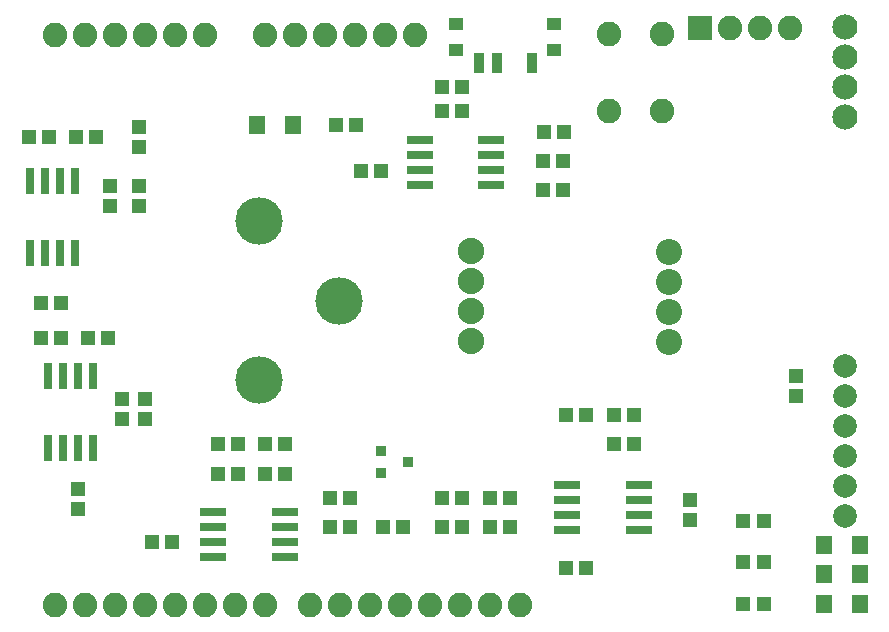
<source format=gbr>
G04 #@! TF.GenerationSoftware,KiCad,Pcbnew,(5.0.0)*
G04 #@! TF.CreationDate,2020-02-21T08:35:06-08:00*
G04 #@! TF.ProjectId,spirometer_v1_2psensors,737069726F6D657465725F76315F3270,rev?*
G04 #@! TF.SameCoordinates,Original*
G04 #@! TF.FileFunction,Soldermask,Top*
G04 #@! TF.FilePolarity,Negative*
%FSLAX46Y46*%
G04 Gerber Fmt 4.6, Leading zero omitted, Abs format (unit mm)*
G04 Created by KiCad (PCBNEW (5.0.0)) date 02/21/20 08:35:06*
%MOMM*%
%LPD*%
G01*
G04 APERTURE LIST*
%ADD10C,2.082800*%
%ADD11R,2.082800X2.082800*%
%ADD12R,1.403200X1.603200*%
%ADD13R,0.903200X1.703200*%
%ADD14R,1.203200X1.003200*%
%ADD15C,4.019200*%
%ADD16R,0.703200X2.203200*%
%ADD17R,1.303200X1.203200*%
%ADD18R,1.203200X1.303200*%
%ADD19R,2.203200X0.703200*%
%ADD20R,0.963200X0.963200*%
%ADD21C,2.003200*%
%ADD22C,2.235200*%
%ADD23C,2.203200*%
%ADD24C,2.133600*%
G04 APERTURE END LIST*
D10*
G04 #@! TO.C,U1*
X155001100Y-129073600D03*
X152461100Y-129073600D03*
X149921100Y-129073600D03*
X147381100Y-129073600D03*
X144841100Y-129073600D03*
X142301100Y-129073600D03*
X139761100Y-129073600D03*
X137221100Y-129073600D03*
X133411100Y-129073600D03*
X130871100Y-129073600D03*
X128331100Y-129073600D03*
X125791100Y-129073600D03*
X123251100Y-129073600D03*
X120711100Y-129073600D03*
X118171100Y-129073600D03*
X115631100Y-129073600D03*
X115631100Y-80813600D03*
X118171100Y-80813600D03*
X120711100Y-80813600D03*
X123251100Y-80813600D03*
X125791100Y-80813600D03*
X128331100Y-80813600D03*
X133411100Y-80813600D03*
X135951100Y-80813600D03*
X138491100Y-80813600D03*
X141031100Y-80813600D03*
X143571100Y-80813600D03*
X146111100Y-80813600D03*
G04 #@! TD*
G04 #@! TO.C,JP1*
X177871100Y-80253600D03*
X175331100Y-80253600D03*
X172791100Y-80253600D03*
D11*
X170251100Y-80253600D03*
G04 #@! TD*
D12*
G04 #@! TO.C,LED1*
X183751100Y-124003600D03*
X180751100Y-124003600D03*
G04 #@! TD*
G04 #@! TO.C,LED2*
X183751100Y-126503600D03*
X180751100Y-126503600D03*
G04 #@! TD*
G04 #@! TO.C,LED3*
X183751100Y-129003600D03*
X180751100Y-129003600D03*
G04 #@! TD*
D10*
G04 #@! TO.C,RESET1*
X167011700Y-80752400D03*
X167011700Y-87254800D03*
X162490500Y-80752400D03*
X162490500Y-87254800D03*
G04 #@! TD*
D13*
G04 #@! TO.C,U$1*
X151501100Y-83253600D03*
X153001100Y-83253600D03*
X156001100Y-83253600D03*
D14*
X149601100Y-82103600D03*
X149601100Y-79903600D03*
X157901100Y-79903600D03*
X157901100Y-82103600D03*
G04 #@! TD*
D15*
G04 #@! TO.C,U$4*
X132923100Y-96585600D03*
X139673100Y-103335600D03*
X132923100Y-110085600D03*
G04 #@! TD*
D16*
G04 #@! TO.C,U$5*
X118791100Y-115773600D03*
X117521100Y-115773600D03*
X116251100Y-115773600D03*
X114981100Y-115773600D03*
X114981100Y-109693600D03*
X116251100Y-109693600D03*
X117521100Y-109693600D03*
X118791100Y-109693600D03*
G04 #@! TD*
D17*
G04 #@! TO.C,R1*
X118401100Y-106503600D03*
X120101100Y-106503600D03*
G04 #@! TD*
D18*
G04 #@! TO.C,R2*
X121251100Y-113353600D03*
X121251100Y-111653600D03*
G04 #@! TD*
G04 #@! TO.C,C1*
X123251100Y-113353600D03*
X123251100Y-111653600D03*
G04 #@! TD*
D17*
G04 #@! TO.C,C2*
X116101100Y-106503600D03*
X114401100Y-106503600D03*
G04 #@! TD*
D18*
G04 #@! TO.C,C3*
X117525900Y-119296800D03*
X117525900Y-120996800D03*
G04 #@! TD*
D19*
G04 #@! TO.C,U$6*
X128981100Y-125043600D03*
X128981100Y-123773600D03*
X128981100Y-122503600D03*
X128981100Y-121233600D03*
X135061100Y-121233600D03*
X135061100Y-122503600D03*
X135061100Y-123773600D03*
X135061100Y-125043600D03*
G04 #@! TD*
D16*
G04 #@! TO.C,U$7*
X117291100Y-99273600D03*
X116021100Y-99273600D03*
X114751100Y-99273600D03*
X113481100Y-99273600D03*
X113481100Y-93193600D03*
X114751100Y-93193600D03*
X116021100Y-93193600D03*
X117291100Y-93193600D03*
G04 #@! TD*
D20*
G04 #@! TO.C,U$8*
X145541100Y-117003600D03*
X143251100Y-116053600D03*
X143251100Y-117953600D03*
G04 #@! TD*
D17*
G04 #@! TO.C,R3*
X138901100Y-122503600D03*
X140601100Y-122503600D03*
G04 #@! TD*
G04 #@! TO.C,R4*
X129401100Y-115503600D03*
X131101100Y-115503600D03*
G04 #@! TD*
G04 #@! TO.C,R5*
X133401100Y-115503600D03*
X135101100Y-115503600D03*
G04 #@! TD*
G04 #@! TO.C,R6*
X143401100Y-122503600D03*
X145101100Y-122503600D03*
G04 #@! TD*
D18*
G04 #@! TO.C,R7*
X122751100Y-90353600D03*
X122751100Y-88653600D03*
G04 #@! TD*
D17*
G04 #@! TO.C,R8*
X119101100Y-89503600D03*
X117401100Y-89503600D03*
G04 #@! TD*
D18*
G04 #@! TO.C,R9*
X120251100Y-95353600D03*
X120251100Y-93653600D03*
G04 #@! TD*
G04 #@! TO.C,C4*
X122751100Y-95353600D03*
X122751100Y-93653600D03*
G04 #@! TD*
D17*
G04 #@! TO.C,C5*
X133401100Y-118003600D03*
X135101100Y-118003600D03*
G04 #@! TD*
G04 #@! TO.C,C6*
X131101100Y-118003600D03*
X129401100Y-118003600D03*
G04 #@! TD*
G04 #@! TO.C,C7*
X140601100Y-120003600D03*
X138901100Y-120003600D03*
G04 #@! TD*
G04 #@! TO.C,C8*
X125499500Y-123749600D03*
X123799500Y-123749600D03*
G04 #@! TD*
G04 #@! TO.C,C9*
X115101100Y-89503600D03*
X113401100Y-89503600D03*
G04 #@! TD*
G04 #@! TO.C,C10*
X114401100Y-103503600D03*
X116101100Y-103503600D03*
G04 #@! TD*
D19*
G04 #@! TO.C,U$9*
X165021100Y-118963600D03*
X165021100Y-120233600D03*
X165021100Y-121503600D03*
X165021100Y-122773600D03*
X158941100Y-122773600D03*
X158941100Y-121503600D03*
X158941100Y-120233600D03*
X158941100Y-118963600D03*
G04 #@! TD*
G04 #@! TO.C,U$10*
X146481100Y-93543600D03*
X146481100Y-92273600D03*
X146481100Y-91003600D03*
X146481100Y-89733600D03*
X152561100Y-89733600D03*
X152561100Y-91003600D03*
X152561100Y-92273600D03*
X152561100Y-93543600D03*
G04 #@! TD*
D17*
G04 #@! TO.C,R10*
X154101100Y-122503600D03*
X152401100Y-122503600D03*
G04 #@! TD*
G04 #@! TO.C,R11*
X150101100Y-122503600D03*
X148401100Y-122503600D03*
G04 #@! TD*
G04 #@! TO.C,R12*
X154101100Y-120003600D03*
X152401100Y-120003600D03*
G04 #@! TD*
G04 #@! TO.C,R13*
X150101100Y-120003600D03*
X148401100Y-120003600D03*
G04 #@! TD*
G04 #@! TO.C,R14*
X160601100Y-113003600D03*
X158901100Y-113003600D03*
G04 #@! TD*
G04 #@! TO.C,R15*
X164601100Y-113003600D03*
X162901100Y-113003600D03*
G04 #@! TD*
G04 #@! TO.C,R16*
X156901100Y-94003600D03*
X158601100Y-94003600D03*
G04 #@! TD*
G04 #@! TO.C,R17*
X156901100Y-91503600D03*
X158601100Y-91503600D03*
G04 #@! TD*
G04 #@! TO.C,R18*
X148401100Y-85253600D03*
X150101100Y-85253600D03*
G04 #@! TD*
G04 #@! TO.C,C11*
X164601100Y-115503600D03*
X162901100Y-115503600D03*
G04 #@! TD*
G04 #@! TO.C,C12*
X148401100Y-87253600D03*
X150101100Y-87253600D03*
G04 #@! TD*
G04 #@! TO.C,C13*
X160601100Y-126003600D03*
X158901100Y-126003600D03*
G04 #@! TD*
D18*
G04 #@! TO.C,C14*
X169345500Y-120247600D03*
X169345500Y-121947600D03*
G04 #@! TD*
D17*
G04 #@! TO.C,C15*
X158677100Y-89087600D03*
X156977100Y-89087600D03*
G04 #@! TD*
G04 #@! TO.C,C16*
X143183100Y-92349600D03*
X141483100Y-92349600D03*
G04 #@! TD*
G04 #@! TO.C,R19*
X175601100Y-121987600D03*
X173901100Y-121987600D03*
G04 #@! TD*
G04 #@! TO.C,R20*
X175601100Y-125495600D03*
X173901100Y-125495600D03*
G04 #@! TD*
G04 #@! TO.C,R21*
X175601100Y-129003600D03*
X173901100Y-129003600D03*
G04 #@! TD*
D21*
G04 #@! TO.C,U$11*
X182501100Y-108903600D03*
X182501100Y-111443600D03*
X182501100Y-113983600D03*
X182501100Y-116523600D03*
X182501100Y-119063600D03*
X182501100Y-121603600D03*
G04 #@! TD*
D18*
G04 #@! TO.C,C17*
X178345900Y-111386000D03*
X178345900Y-109686000D03*
G04 #@! TD*
D12*
G04 #@! TO.C,LED4*
X132751100Y-88503600D03*
X135751100Y-88503600D03*
G04 #@! TD*
D17*
G04 #@! TO.C,R22*
X139401100Y-88503600D03*
X141101100Y-88503600D03*
G04 #@! TD*
D22*
G04 #@! TO.C,U$12*
X150841100Y-106768600D03*
X150841100Y-101688600D03*
X150841100Y-104228600D03*
X150841100Y-99148600D03*
G04 #@! TD*
D23*
G04 #@! TO.C,U$2*
X167571100Y-106813600D03*
X167571100Y-104273600D03*
X167571100Y-101733600D03*
X167571100Y-99193600D03*
G04 #@! TD*
D24*
G04 #@! TO.C,U$3*
X182501100Y-87793600D03*
X182501100Y-85253600D03*
X182501100Y-82713600D03*
X182501100Y-80173600D03*
G04 #@! TD*
M02*

</source>
